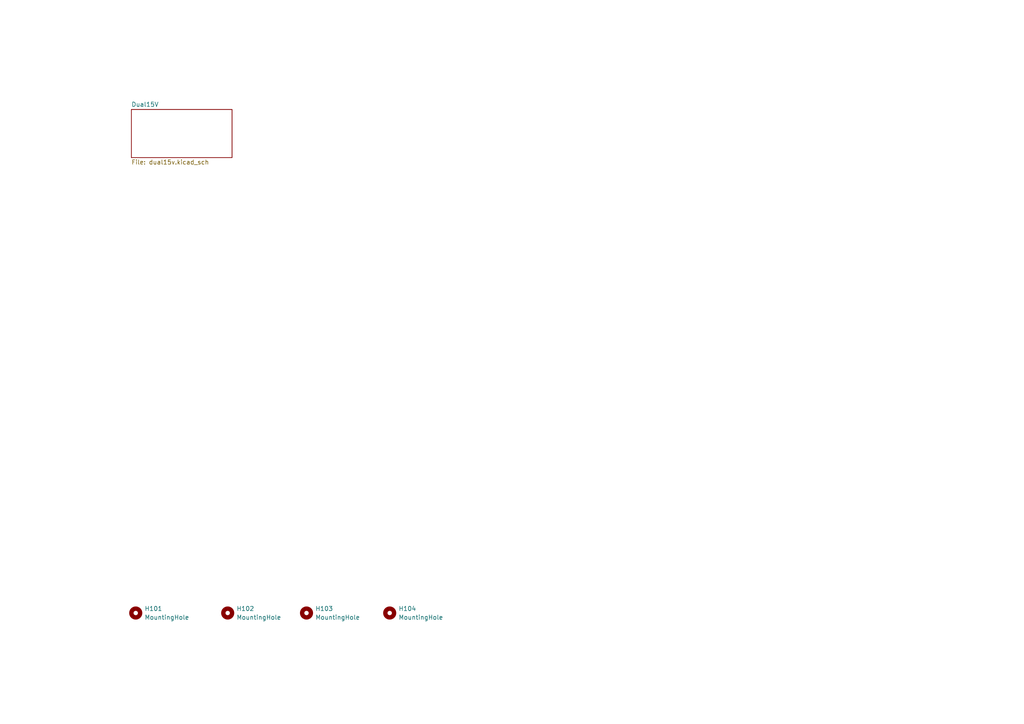
<source format=kicad_sch>
(kicad_sch (version 20230121) (generator eeschema)
  (paper "A4")
  (title_block (title "SSM2164 EVA 15V plus/minus") (date "2023-12-23") (rev "1.0") (company "Chuck Timber") (comment 1 "DK-EVA0001"))
  (lib_symbols
    (symbol "Mechanical:MountingHole" (pin_names (offset 1.016))
      (property "Reference" "H" (at 0 5.08 0))
      (property "Value" "MountingHole" (at 0 3.175 0))
      (symbol "MountingHole_0_1"
        (circle (center 0 0) (radius 1.27) (stroke (width 1.27)))
      )
    )
  )
  (symbol (lib_id "Mechanical:MountingHole") (at 88.9 177.8 0) (unit 1)
    (property "Reference" "H103" (at 91.44 176.53 0) (effects (justify left)))
    (property "Value" "MountingHole" (at 91.44 179.07 0) (effects (justify left)))
    (property "Footprint" "MountingHole:MountingHole_3.2mm_M3" (effects hide))
  )
  (symbol (lib_id "Mechanical:MountingHole") (at 66.04 177.8 0) (unit 1)
    (property "Reference" "H102" (at 68.58 176.53 0) (effects (justify left)))
    (property "Value" "MountingHole" (at 68.58 179.07 0) (effects (justify left)))
    (property "Footprint" "MountingHole:MountingHole_3.2mm_M3" (effects hide))
  )
  (symbol (lib_id "Mechanical:MountingHole") (at 39.37 177.8 0) (unit 1)
    (property "Reference" "H101" (at 41.91 176.53 0) (effects (justify left)))
    (property "Value" "MountingHole" (at 41.91 179.07 0) (effects (justify left)))
    (property "Footprint" "MountingHole:MountingHole_3.2mm_M3" (effects hide))
  )
  (symbol (lib_id "Mechanical:MountingHole") (at 113.03 177.8 0) (unit 1)
    (property "Reference" "H104" (at 115.57 176.53 0) (effects (justify left)))
    (property "Value" "MountingHole" (at 115.57 179.07 0) (effects (justify left)))
    (property "Footprint" "MountingHole:MountingHole_3.2mm_M3" (effects hide))
  )
  (sheet (at 38.1 31.75) (size 29.21 13.97) (stroke (width 0.1524))
    (property "Sheetname" "Dual15V" (at 38.1 31.0384 0) (effects (justify left bottom)))
    (property "Sheetfile" "dual15v.kicad_sch" (at 38.1 46.3046 0) (effects (justify left top)))
  )
)
</source>
